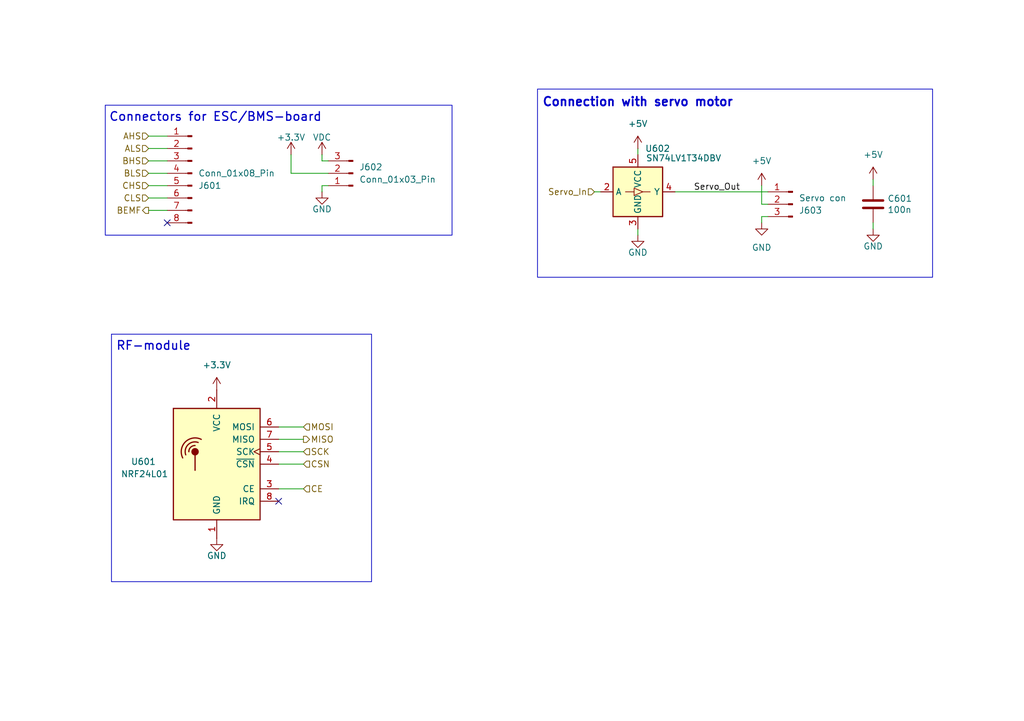
<source format=kicad_sch>
(kicad_sch (version 20250114) (generator "eeschema") (generator_version "9.0")
  (paper "A5")
  (lib_symbols
    (symbol "Connector:Conn_01x03_Pin" (pin_names (offset 1.016) (hide yes))
      (property "Reference" "J" (at 0 5.08 0))
      (property "Value" "Conn_01x03_Pin" (at 0 -5.08 0))
      (symbol "Conn_01x03_Pin_1_1"
        (rectangle (start 0.8636 2.667) (end 0 2.413) (stroke (width 0.1524)) (fill (type outline)))
        (rectangle (start 0.8636 0.127) (end 0 -0.127) (stroke (width 0.1524)) (fill (type outline)))
        (rectangle (start 0.8636 -2.413) (end 0 -2.667) (stroke (width 0.1524)) (fill (type outline)))
        (polyline (pts (xy 1.27 2.54) (xy 0.8636 2.54)) (stroke (width 0.1524)))
        (polyline (pts (xy 1.27 0) (xy 0.8636 0)) (stroke (width 0.1524)))
        (polyline (pts (xy 1.27 -2.54) (xy 0.8636 -2.54)) (stroke (width 0.1524)))
        (pin passive line (at 5.08 2.54 180) (length 3.81) (name "Pin_1") (number "1"))
        (pin passive line (at 5.08 0 180) (length 3.81) (name "Pin_2") (number "2"))
        (pin passive line (at 5.08 -2.54 180) (length 3.81) (name "Pin_3") (number "3"))
      )
    )
    (symbol "Connector:Conn_01x08_Pin" (pin_names (offset 1.016) (hide yes))
      (property "Reference" "J" (at 0 10.16 0))
      (property "Value" "Conn_01x08_Pin" (at 0 -12.7 0))
      (symbol "Conn_01x08_Pin_1_1"
        (rectangle (start 0.8636 7.747) (end 0 7.493) (stroke (width 0.1524)) (fill (type outline)))
        (rectangle (start 0.8636 5.207) (end 0 4.953) (stroke (width 0.1524)) (fill (type outline)))
        (rectangle (start 0.8636 2.667) (end 0 2.413) (stroke (width 0.1524)) (fill (type outline)))
        (rectangle (start 0.8636 0.127) (end 0 -0.127) (stroke (width 0.1524)) (fill (type outline)))
        (rectangle (start 0.8636 -2.413) (end 0 -2.667) (stroke (width 0.1524)) (fill (type outline)))
        (rectangle (start 0.8636 -4.953) (end 0 -5.207) (stroke (width 0.1524)) (fill (type outline)))
        (rectangle (start 0.8636 -7.493) (end 0 -7.747) (stroke (width 0.1524)) (fill (type outline)))
        (rectangle (start 0.8636 -10.033) (end 0 -10.287) (stroke (width 0.1524)) (fill (type outline)))
        (polyline (pts (xy 1.27 7.62) (xy 0.8636 7.62)) (stroke (width 0.1524)))
        (polyline (pts (xy 1.27 5.08) (xy 0.8636 5.08)) (stroke (width 0.1524)))
        (polyline (pts (xy 1.27 2.54) (xy 0.8636 2.54)) (stroke (width 0.1524)))
        (polyline (pts (xy 1.27 0) (xy 0.8636 0)) (stroke (width 0.1524)))
        (polyline (pts (xy 1.27 -2.54) (xy 0.8636 -2.54)) (stroke (width 0.1524)))
        (polyline (pts (xy 1.27 -5.08) (xy 0.8636 -5.08)) (stroke (width 0.1524)))
        (polyline (pts (xy 1.27 -7.62) (xy 0.8636 -7.62)) (stroke (width 0.1524)))
        (polyline (pts (xy 1.27 -10.16) (xy 0.8636 -10.16)) (stroke (width 0.1524)))
        (pin passive line (at 5.08 7.62 180) (length 3.81) (name "Pin_1") (number "1"))
        (pin passive line (at 5.08 5.08 180) (length 3.81) (name "Pin_2") (number "2"))
        (pin passive line (at 5.08 2.54 180) (length 3.81) (name "Pin_3") (number "3"))
        (pin passive line (at 5.08 0 180) (length 3.81) (name "Pin_4") (number "4"))
        (pin passive line (at 5.08 -2.54 180) (length 3.81) (name "Pin_5") (number "5"))
        (pin passive line (at 5.08 -5.08 180) (length 3.81) (name "Pin_6") (number "6"))
        (pin passive line (at 5.08 -7.62 180) (length 3.81) (name "Pin_7") (number "7"))
        (pin passive line (at 5.08 -10.16 180) (length 3.81) (name "Pin_8") (number "8"))
      )
    )
    (symbol "Device:C" (pin_numbers (hide yes)) (pin_names (offset 0.254))
      (property "Reference" "C" (at 0.635 2.54 0))
      (property "Value" "C" (at 0.635 -2.54 0))
      (symbol "C_0_1"
        (polyline (pts (xy -2.032 0.762) (xy 2.032 0.762)) (stroke (width 0.508)))
        (polyline (pts (xy -2.032 -0.762) (xy 2.032 -0.762)) (stroke (width 0.508)))
      )
      (symbol "C_1_1"
        (pin passive line (at 0 3.81 270) (length 2.794) (name "~") (number "1"))
        (pin passive line (at 0 -3.81 90) (length 2.794) (name "~") (number "2"))
      )
    )
    (symbol "Logic_LevelTranslator:SN74LV1T34DBV"
      (property "Reference" "U" (at 5.08 6.35 0))
      (property "Value" "SN74LV1T34DBV" (at 5.08 3.81 0))
      (symbol "SN74LV1T34DBV_0_1"
        (rectangle (start -5.08 5.08) (end 5.08 -5.08) (stroke (width 0.254)) (fill (type background)))
        (polyline (pts (xy -0.762 0) (xy -2.54 0)))
        (polyline (pts (xy 1.016 0) (xy 2.54 0)))
      )
      (symbol "SN74LV1T34DBV_1_1"
        (polyline (pts (xy -0.762 -0.762) (xy -0.762 0.762) (xy 1.016 0) (xy -0.762 -0.762)))
        (pin input line (at -7.62 0 0) (length 2.54) (name "A") (number "2"))
        (pin no_connect line (at -5.08 2.54 0) (length 2.54) (hide yes) (name "NC") (number "1"))
        (pin power_in line (at 0 7.62 270) (length 2.54) (name "VCC") (number "5"))
        (pin power_in line (at 0 -7.62 90) (length 2.54) (name "GND") (number "3"))
        (pin output line (at 7.62 0 180) (length 2.54) (name "Y") (number "4"))
      )
    )
    (symbol "RF:NRF24L01_Breakout" (pin_names (offset 1.016))
      (property "Reference" "U" (at -8.89 12.7 0))
      (property "Value" "NRF24L01_Breakout" (at 3.81 12.7 0))
      (symbol "NRF24L01_Breakout_0_1"
        (rectangle (start -8.89 11.43) (end 8.89 -11.43) (stroke (width 0.254)) (fill (type background)))
        (arc (start 3.175 5.08) (mid 6.453 4.548) (end 6.985 1.27) (stroke (width 0.254)))
        (circle (center 4.445 2.54) (radius 0.635) (stroke (width 0.254)) (fill (type outline)))
        (polyline (pts (xy 4.445 1.905) (xy 4.445 -1.27)) (stroke (width 0.254)))
        (arc (start 3.81 4.445) (mid 5.8835 3.9785) (end 6.35 1.905) (stroke (width 0.254)))
        (arc (start 4.445 3.81) (mid 5.3558 3.4508) (end 5.715 2.54) (stroke (width 0.254)))
      )
      (symbol "NRF24L01_Breakout_1_1"
        (pin input line (at -12.7 7.62 0) (length 3.81) (name "MOSI") (number "6"))
        (pin output line (at -12.7 5.08 0) (length 3.81) (name "MISO") (number "7"))
        (pin input clock (at -12.7 2.54 0) (length 3.81) (name "SCK") (number "5"))
        (pin input line (at -12.7 0 0) (length 3.81) (name "~{CSN}") (number "4"))
        (pin input line (at -12.7 -5.08 0) (length 3.81) (name "CE") (number "3"))
        (pin output line (at -12.7 -7.62 0) (length 3.81) (name "IRQ") (number "8"))
        (pin power_in line (at 0 15.24 270) (length 3.81) (name "VCC") (number "2"))
        (pin power_in line (at 0 -15.24 90) (length 3.81) (name "GND") (number "1"))
      )
    )
    (symbol "power:+3.3V" (power) (pin_numbers (hide yes)) (pin_names (offset 0) (hide yes))
      (property "Value" "+3.3V" (at 0 3.556 0))
      (symbol "+3.3V_0_1"
        (polyline (pts (xy -0.762 1.27) (xy 0 2.54)))
        (polyline (pts (xy 0 2.54) (xy 0.762 1.27)))
        (polyline (pts (xy 0 0) (xy 0 2.54)))
      )
      (symbol "+3.3V_1_1"
        (pin power_in line (at 0 0 90) (length 0) (name "~") (number "1"))
      )
    )
    (symbol "power:+5V" (power) (pin_numbers (hide yes)) (pin_names (offset 0) (hide yes))
      (property "Value" "+5V" (at 0 3.556 0))
      (symbol "+5V_0_1"
        (polyline (pts (xy -0.762 1.27) (xy 0 2.54)))
        (polyline (pts (xy 0 2.54) (xy 0.762 1.27)))
        (polyline (pts (xy 0 0) (xy 0 2.54)))
      )
      (symbol "+5V_1_1"
        (pin power_in line (at 0 0 90) (length 0) (name "~") (number "1"))
      )
    )
    (symbol "power:GND" (power) (pin_numbers (hide yes)) (pin_names (offset 0) (hide yes))
      (property "Value" "GND" (at 0 -3.81 0))
      (symbol "GND_0_1"
        (polyline (pts (xy 0 0) (xy 0 -1.27) (xy 1.27 -1.27) (xy 0 -2.54) (xy -1.27 -1.27) (xy 0 -1.27)))
      )
      (symbol "GND_1_1"
        (pin power_in line (at 0 0 270) (length 0) (name "~") (number "1"))
      )
    )
    (symbol "power:VDC" (power) (pin_numbers (hide yes)) (pin_names (offset 0) (hide yes))
      (property "Value" "VDC" (at 0 3.556 0))
      (symbol "VDC_0_1"
        (polyline (pts (xy -0.762 1.27) (xy 0 2.54)))
        (polyline (pts (xy 0 2.54) (xy 0.762 1.27)))
        (polyline (pts (xy 0 0) (xy 0 2.54)))
      )
      (symbol "VDC_1_1"
        (pin power_in line (at 0 0 90) (length 0) (name "~") (number "1"))
      )
    )
  )
  (rectangle (start 21.59 21.59) (end 92.71 48.26))
  (rectangle (start 22.86 68.58) (end 76.2 119.38))
  (rectangle (start 110.236 18.288) (end 191.262 56.896))
  (text "Connection with servo motor" (at 130.81 21.082 0) (effects (font (size 1.778 1.778) (thickness 0.3556) (bold yes))))
  (text "RF-module" (at 31.496 71.12 0) (effects (font (size 1.778 1.778) (thickness 0.254) (bold yes))))
  (text "Connectors for ESC/BMS-board" (at 44.196 24.13 0) (effects (font (size 1.778 1.778) (thickness 0.254) (bold yes))))
  (no_connect (at 34.29 45.72))
  (no_connect (at 57.15 102.87))
  (wire (pts (xy 130.81 46.99) (xy 130.81 48.26)))
  (wire (pts (xy 157.48 41.91) (xy 156.21 41.91)))
  (wire (pts (xy 57.15 92.71) (xy 62.23 92.71)))
  (wire (pts (xy 30.48 35.56) (xy 34.29 35.56)))
  (wire (pts (xy 121.92 39.37) (xy 123.19 39.37)))
  (wire (pts (xy 30.48 27.94) (xy 34.29 27.94)))
  (wire (pts (xy 30.48 40.64) (xy 34.29 40.64)))
  (wire (pts (xy 30.48 43.18) (xy 34.29 43.18)))
  (wire (pts (xy 66.04 33.02) (xy 66.04 31.75)))
  (wire (pts (xy 67.31 38.1) (xy 66.04 38.1)))
  (wire (pts (xy 57.15 95.25) (xy 62.23 95.25)))
  (wire (pts (xy 67.31 35.56) (xy 59.69 35.56)))
  (wire (pts (xy 130.81 30.48) (xy 130.81 31.75)))
  (wire (pts (xy 156.21 44.45) (xy 156.21 45.72)))
  (wire (pts (xy 30.48 30.48) (xy 34.29 30.48)))
  (wire (pts (xy 179.07 45.72) (xy 179.07 46.99)))
  (wire (pts (xy 59.69 35.56) (xy 59.69 31.75)))
  (wire (pts (xy 179.07 36.83) (xy 179.07 38.1)))
  (wire (pts (xy 57.15 100.33) (xy 62.23 100.33)))
  (wire (pts (xy 138.43 39.37) (xy 157.48 39.37)))
  (wire (pts (xy 156.21 41.91) (xy 156.21 38.1)))
  (wire (pts (xy 30.48 33.02) (xy 34.29 33.02)))
  (wire (pts (xy 157.48 44.45) (xy 156.21 44.45)))
  (wire (pts (xy 30.48 38.1) (xy 34.29 38.1)))
  (wire (pts (xy 57.15 90.17) (xy 62.23 90.17)))
  (wire (pts (xy 67.31 33.02) (xy 66.04 33.02)))
  (wire (pts (xy 66.04 38.1) (xy 66.04 39.37)))
  (wire (pts (xy 57.15 87.63) (xy 62.23 87.63)))
  (label "Servo_Out" (at 142.24 39.37 0))
  (hierarchical_label "CHS" (shape input) (at 30.48 38.1 180))
  (hierarchical_label "BHS" (shape input) (at 30.48 33.02 180))
  (hierarchical_label "AHS" (shape input) (at 30.48 27.94 180))
  (hierarchical_label "CE" (shape input) (at 62.23 100.33 0))
  (hierarchical_label "MOSI" (shape input) (at 62.23 87.63 0))
  (hierarchical_label "BLS" (shape input) (at 30.48 35.56 180))
  (hierarchical_label "Servo_In" (shape input) (at 121.92 39.37 180))
  (hierarchical_label "CSN" (shape input) (at 62.23 95.25 0))
  (hierarchical_label "SCK" (shape input) (at 62.23 92.71 0))
  (hierarchical_label "MISO" (shape output) (at 62.23 90.17 0))
  (hierarchical_label "CLS" (shape input) (at 30.48 40.64 180))
  (hierarchical_label "ALS" (shape input) (at 30.48 30.48 180))
  (hierarchical_label "BEMF" (shape output) (at 30.48 43.18 180))
  (symbol (lib_id "power:GND") (at 130.81 48.26 0) (unit 1)
    (property "Reference" "#PWR0607" (effects (hide yes)))
    (property "Value" "GND" (at 130.81 51.816 0))
    (property "Description" "Power symbol creates a global label with name \"GND\" , ground" (effects (hide yes)))
  )
  (symbol (lib_id "power:GND") (at 156.21 45.72 0) (unit 1)
    (property "Reference" "#PWR0609" (effects (hide yes)))
    (property "Value" "GND" (at 156.21 50.8 0))
    (property "Description" "Power symbol creates a global label with name \"GND\" , ground" (effects (hide yes)))
  )
  (symbol (lib_id "power:+5V") (at 179.07 36.83 0) (unit 1)
    (property "Reference" "#PWR0610" (effects (hide yes)))
    (property "Value" "+5V" (at 179.07 31.75 0))
    (property "Description" "Power symbol creates a global label with name \"+5V\"" (effects (hide yes)))
  )
  (symbol (lib_id "Connector:Conn_01x08_Pin") (at 39.37 35.56 0) (mirror y) (unit 1)
    (property "Reference" "J601" (at 40.64 38.1001 0) (effects (justify right)))
    (property "Value" "Conn_01x08_Pin" (at 40.64 35.5601 0) (effects (justify right)))
    (property "Footprint" "Connector_JST:JST_PH_B8B-PH-K_1x08_P2.00mm_Vertical" (effects (hide yes)))
    (property "Description" "Generic connector, single row, 01x08, script generated" (effects (hide yes)))
  )
  (symbol (lib_id "RF:NRF24L01_Breakout") (at 44.45 95.25 0) (mirror y) (unit 1)
    (property "Reference" "U601" (at 32.004 94.742 0) (effects (justify left)))
    (property "Value" "NRF24L01" (at 34.544 97.282 0) (effects (justify left)))
    (property "Footprint" "Connector_PinSocket_2.54mm:PinSocket_2x04_P2.54mm_Vertical" (effects (hide yes)))
    (property "Datasheet" "http://www.nordicsemi.com/eng/content/download/2730/34105/file/nRF24L01_Product_Specification_v2_0.pdf" (effects (hide yes)))
    (property "Description" "Ultra low power 2.4GHz RF Transceiver, Carrier PCB" (effects (hide yes)))
  )
  (symbol (lib_id "power:GND") (at 44.45 110.49 0) (unit 1)
    (property "Reference" "#PWR0602" (effects (hide yes)))
    (property "Value" "GND" (at 44.45 114.046 0))
    (property "Description" "Power symbol creates a global label with name \"GND\" , ground" (effects (hide yes)))
  )
  (symbol (lib_id "power:GND") (at 66.04 39.37 0) (unit 1)
    (property "Reference" "#PWR0605" (effects (hide yes)))
    (property "Value" "GND" (at 66.04 42.926 0))
    (property "Description" "Power symbol creates a global label with name \"GND\" , ground" (effects (hide yes)))
  )
  (symbol (lib_id "Logic_LevelTranslator:SN74LV1T34DBV") (at 130.81 39.37 0) (unit 1)
    (property "Reference" "U602" (at 134.874 30.48 0))
    (property "Value" "SN74LV1T34DBV" (at 140.208 32.4418 0))
    (property "Footprint" "Package_TO_SOT_SMD:SOT-23-5" (effects (hide yes)))
    (property "Datasheet" "https://www.ti.com/lit/ds/symlink/sn74lv1t34.pdf" (effects (hide yes)))
    (property "Description" "Single Power Supply, Single Buffer GATE, CMOS Logic, Level Shifter, SOT-23-5" (effects (hide yes)))
  )
  (symbol (lib_id "Device:C") (at 179.07 41.91 0) (unit 1)
    (property "Reference" "C601" (at 181.991 40.7416 0) (effects (justify left)))
    (property "Value" "100n" (at 181.991 43.053 0) (effects (justify left)))
    (property "Footprint" "Capacitor_SMD:C_0603_1608Metric_Pad1.08x0.95mm_HandSolder" (effects (hide yes)))
  )
  (symbol (lib_id "power:VDC") (at 66.04 31.75 0) (unit 1)
    (property "Reference" "#PWR0604" (effects (hide yes)))
    (property "Value" "VDC" (at 66.04 28.194 0))
    (property "Description" "Power symbol creates a global label with name \"VDC\"" (effects (hide yes)))
  )
  (symbol (lib_id "Connector:Conn_01x03_Pin") (at 162.56 41.91 0) (mirror y) (unit 1)
    (property "Reference" "J603" (at 163.83 43.1801 0) (effects (justify right)))
    (property "Value" "Servo con" (at 163.83 40.6401 0) (effects (justify right)))
    (property "Footprint" "Connector_JST:JST_PH_B3B-PH-K_1x03_P2.00mm_Vertical" (effects (hide yes)))
    (property "Description" "Generic connector, single row, 01x03, script generated" (effects (hide yes)))
  )
  (symbol (lib_id "power:+3.3V") (at 44.45 80.01 0) (unit 1)
    (property "Reference" "#PWR0601" (effects (hide yes)))
    (property "Value" "+3.3V" (at 44.45 74.93 0))
    (property "Description" "Power symbol creates a global label with name \"+3.3V\"" (effects (hide yes)))
  )
  (symbol (lib_id "power:+5V") (at 156.21 38.1 0) (unit 1)
    (property "Reference" "#PWR0608" (effects (hide yes)))
    (property "Value" "+5V" (at 156.21 33.02 0))
    (property "Description" "Power symbol creates a global label with name \"+5V\"" (effects (hide yes)))
  )
  (symbol (lib_id "power:+5V") (at 130.81 30.48 0) (unit 1)
    (property "Reference" "#PWR0606" (effects (hide yes)))
    (property "Value" "+5V" (at 130.81 25.4 0))
    (property "Description" "Power symbol creates a global label with name \"+5V\"" (effects (hide yes)))
  )
  (symbol (lib_id "power:+3.3V") (at 59.69 31.75 0) (unit 1)
    (property "Reference" "#PWR0603" (effects (hide yes)))
    (property "Value" "+3.3V" (at 59.69 28.194 0))
    (property "Description" "Power symbol creates a global label with name \"+3.3V\"" (effects (hide yes)))
  )
  (symbol (lib_id "power:GND") (at 179.07 46.99 0) (unit 1)
    (property "Reference" "#PWR0611" (effects (hide yes)))
    (property "Value" "GND" (at 179.07 50.546 0))
    (property "Description" "Power symbol creates a global label with name \"GND\" , ground" (effects (hide yes)))
  )
  (symbol (lib_id "Connector:Conn_01x03_Pin") (at 72.39 35.56 180) (unit 1)
    (property "Reference" "J602" (at 73.66 34.2899 0) (effects (justify right)))
    (property "Value" "Conn_01x03_Pin" (at 73.66 36.8299 0) (effects (justify right)))
    (property "Footprint" "Connector_JST:JST_PH_B3B-PH-K_1x03_P2.00mm_Vertical" (effects (hide yes)))
    (property "Description" "Generic connector, single row, 01x03, script generated" (effects (hide yes)))
  )
)
</source>
